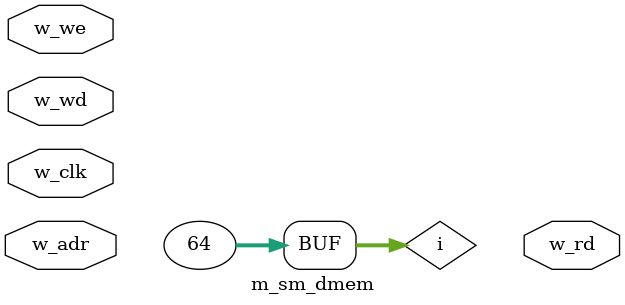
<source format=v>
module m_sm_dmem(w_clk, w_adr, w_we, w_wd, w_rd);
  input  wire w_clk, w_we;
  input  wire [31:0] w_adr, w_wd;
  output reg [31:0] w_rd;
  reg [31:0] mem [0:63];
  always @(posedge w_clk) r_d <= mem[w_adr[7:2]];
  always @(posedge w_clk) if (w_we) mem[w_adr[7:2]] <= w_wd;
  integer i; initial for (i=0; i<64; i=i+1) mem[i] = 32'd0;
endmodule

</source>
